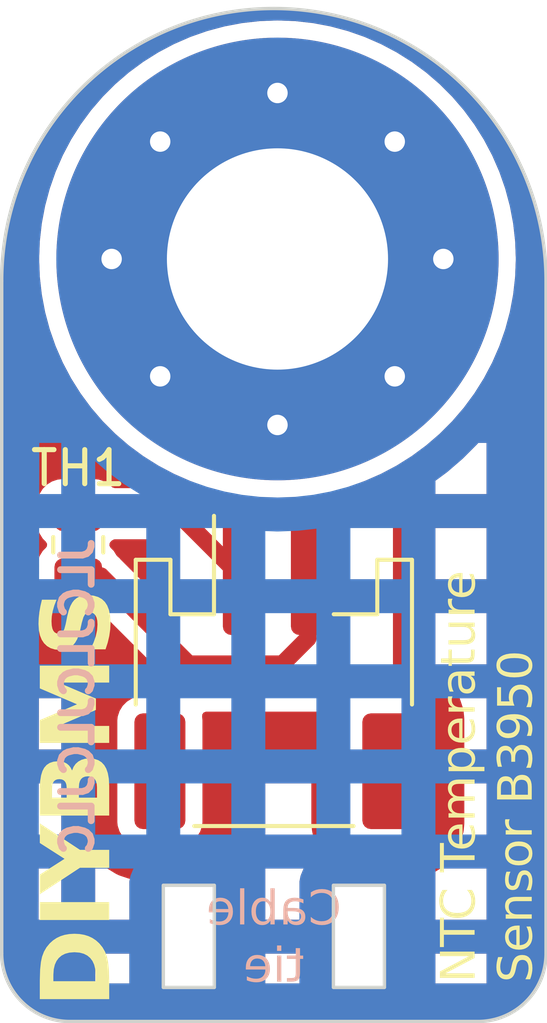
<source format=kicad_pcb>
(kicad_pcb (version 20221018) (generator pcbnew)
  (layers (0 "F.Cu" signal) (31 "B.Cu" signal) (34 "B.Paste" user) (35 "F.Paste" user) (36 "B.SilkS" user "B.Silkscreen") (37 "F.SilkS" user "F.Silkscreen") (38 "B.Mask" user) (39 "F.Mask" user) (44 "Edge.Cuts" user))
  (net 0 "")
  (net 1 "Net-(J1-Pin_1)")
  (net 2 "Net-(J1-Pin_2)")
  (footprint "MountingHole:MountingHole_6.5mm_Pad_Via" (layer "F.Cu") (at 141.355887 96.605887)
    (fp_text reference "H1" hide)
    (fp_text value "MountingHole" hide)
    (pad "1" thru_hole circle (at -4.875 0) (size 0.9 0.9) (drill 0.6) (layers "*.Cu" "*.Mask"))
    (pad "1" thru_hole circle (at -3.447146 -3.447146) (size 0.9 0.9) (drill 0.6) (layers "*.Cu" "*.Mask"))
    (pad "1" thru_hole circle (at -3.447146 3.447146) (size 0.9 0.9) (drill 0.6) (layers "*.Cu" "*.Mask"))
    (pad "1" thru_hole circle (at 0 -4.875) (size 0.9 0.9) (drill 0.6) (layers "*.Cu" "*.Mask"))
    (pad "1" thru_hole circle (at 0 0) (size 13 13) (drill 6.5) (layers "*.Cu" "*.Mask"))
    (pad "1" thru_hole circle (at 0 4.875) (size 0.9 0.9) (drill 0.6) (layers "*.Cu" "*.Mask"))
    (pad "1" thru_hole circle (at 3.447146 -3.447146) (size 0.9 0.9) (drill 0.6) (layers "*.Cu" "*.Mask"))
    (pad "1" thru_hole circle (at 3.447146 3.447146) (size 0.9 0.9) (drill 0.6) (layers "*.Cu" "*.Mask"))
    (pad "1" thru_hole circle (at 4.875 0) (size 0.9 0.9) (drill 0.6) (layers "*.Cu" "*.Mask"))
  )
  (footprint "Connector_JST:JST_PH_S2B-PH-SM4-TB_1x02-1MP_P2.00mm_Horizontal" (layer "F.Cu") (at 141.25 108.75)
    (fp_text reference "J1" hide)
    (fp_text value "S2B-PH-SM4-TB(LF)(SN)" hide)
    (fp_line (start -4.06 -3.31) (end -3.04 -3.31) (stroke (width 0.12)) (layer "F.SilkS"))
    (fp_line (start -4.06 0.94) (end -4.06 -3.31) (stroke (width 0.12)) (layer "F.SilkS"))
    (fp_line (start -3.04 -3.31) (end -3.04 -1.71) (stroke (width 0.12)) (layer "F.SilkS"))
    (fp_line (start -3.04 -1.71) (end -1.76 -1.71) (stroke (width 0.12)) (layer "F.SilkS"))
    (fp_line (start -2.34 4.51) (end 2.34 4.51) (stroke (width 0.12)) (layer "F.SilkS"))
    (fp_line (start -1.76 -1.71) (end -1.76 -4.6) (stroke (width 0.12)) (layer "F.SilkS"))
    (fp_line (start 3.04 -3.31) (end 3.04 -1.71) (stroke (width 0.12)) (layer "F.SilkS"))
    (fp_line (start 3.04 -1.71) (end 1.76 -1.71) (stroke (width 0.12)) (layer "F.SilkS"))
    (fp_line (start 4.06 -3.31) (end 3.04 -3.31) (stroke (width 0.12)) (layer "F.SilkS"))
    (fp_line (start 4.06 0.94) (end 4.06 -3.31) (stroke (width 0.12)) (layer "F.SilkS"))
    (pad "1" smd roundrect (at -1 -2.85) (size 1 3.5) (layers "F.Cu" "F.Paste" "F.Mask") (net 1 "Net-(J1-Pin_1)"))
    (pad "2" smd roundrect (at 1 -2.85) (size 1 3.5) (layers "F.Cu" "F.Paste" "F.Mask") (net 2 "Net-(J1-Pin_2)"))
    (pad "MP" smd roundrect (at -3.35 2.9) (size 1.5 3.4) (layers "F.Cu" "F.Paste" "F.Mask") (roundrect_rratio 0.166667))
    (pad "MP" smd roundrect (at 3.35 2.9) (size 1.5 3.4) (layers "F.Cu" "F.Paste" "F.Mask") (roundrect_rratio 0.166667))
  )
  (footprint "Resistor_SMD:R_0805_2012Metric" (layer "F.Cu") (at 135.5 105 90)
    (fp_text reference "TH1" (at 2.25 0 180) (layer "F.SilkS"))
    (fp_text value "10K NTC" hide)
    (fp_line (start -0.227064 -0.735) (end 0.227064 -0.735) (stroke (width 0.12)) (layer "F.SilkS"))
    (fp_line (start -0.227064 0.735) (end 0.227064 0.735) (stroke (width 0.12)) (layer "F.SilkS"))
    (pad "1" smd roundrect (at -0.9125 0 90) (size 1.025 1.4) (layers "F.Cu" "F.Paste" "F.Mask") (roundrect_rratio 0.243902) (net 2 "Net-(J1-Pin_2)"))
    (pad "2" smd roundrect (at 0.9125 0 90) (size 1.025 1.4) (layers "F.Cu" "F.Paste" "F.Mask") (roundrect_rratio 0.243902) (net 1 "Net-(J1-Pin_1)"))
  )
  (gr_rect (start 143 115) (end 144.5 118) (stroke (width 0.1)) (fill none) (layer "Edge.Cuts"))
  (gr_arc (start 135.25 119) (mid 133.835786 118.414214) (end 133.25 117) (stroke (width 0.1)) (layer "Edge.Cuts"))
  (gr_line (start 133.25 117) (end 133.25 97.25) (stroke (width 0.1)) (layer "Edge.Cuts"))
  (gr_arc (start 149.25 117) (mid 148.664214 118.414214) (end 147.25 119) (stroke (width 0.1)) (layer "Edge.Cuts"))
  (gr_line (start 147.25 119) (end 135.25 119) (stroke (width 0.1)) (layer "Edge.Cuts"))
  (gr_arc (start 133.25 97.25) (mid 141.25 89.25) (end 149.25 97.25) (stroke (width 0.1)) (layer "Edge.Cuts"))
  (gr_rect (start 138 115) (end 139.5 118) (stroke (width 0.1)) (fill none) (layer "Edge.Cuts"))
  (gr_line (start 149.25 97.25) (end 149.25 117) (stroke (width 0.1)) (layer "Edge.Cuts"))
  (gr_text "JLCJLCJLCJLC" (at 136 104.7 90) (layer "B.SilkS") (effects (font (size 0.9 0.9) (thickness 0.2) bold) (justify left bottom mirror)))
  (gr_text "Cable\ntie" (at 141.25 118) (layer "B.SilkS") (effects (font (size 1 1) (thickness 0.125)) (justify bottom mirror)))
  (gr_text "DIYBMS" (at 136.75 118.6 90) (layer "F.SilkS") (effects (font (size 2 2) (thickness 0.4) bold) (justify left bottom)))
  (gr_text "NTC Temperature\nSensor B3950" (at 149 117.856524 90) (layer "F.SilkS") (effects (font (size 1 1) (thickness 0.125)) (justify left bottom)))
  (segment (start 140.25 105.9) (end 138.4375 104.0875) (width 0.5) (layer "F.Cu") (net 1))
  (segment (start 138.4375 104.0875) (end 135.5 104.0875) (width 0.5) (layer "F.Cu") (net 1))
  (segment (start 138.75 108.5) (end 141.5 108.5) (width 0.5) (layer "F.Cu") (net 2))
  (segment (start 135.5 105.9125) (end 136.1625 105.9125) (width 0.5) (layer "F.Cu") (net 2))
  (segment (start 141.5 108.5) (end 142.25 107.75) (width 0.5) (layer "F.Cu") (net 2))
  (segment (start 136.1625 105.9125) (end 138.75 108.5) (width 0.5) (layer "F.Cu") (net 2))
  (segment (start 142.25 107.75) (end 142.25 105.9) (width 0.5) (layer "F.Cu") (net 2))
  (zone (net 0) (net_name "") (layers "F&B.Cu") (connect_pads (clearance 0.5)) (min_thickness 0.25) (fill yes (mode hatch) (thermal_gap 0.5) (thermal_bridge_width 0.5) (smoothing chamfer) (radius 2) (island_removal_mode 1) (island_area_min 10) (hatch_thickness 1) (hatch_gap 1.5) (hatch_orientation 0) (hatch_border_algorithm hatch_thickness) (hatch_min_hole_area 0.3))
    (polygon (pts (xy 133.205485 119.005594) (xy 149.205485 119.005594) (xy 149.25 89) (xy 133.25 89)))
  )
  (zone (net 0) (net_name "") (layers "F.Cu" "Edge.Cuts") (connect_pads (clearance 0)) (min_thickness 0.25)
    (keepout (tracks allowed) (vias allowed) (pads allowed) (copperpour not_allowed) (footprints allowed))
    (fill (thermal_gap 0.5) (thermal_bridge_width 0.5))
    (polygon (pts (xy 138.25 103.4) (xy 144.75 103.4) (xy 144.75 109.9) (xy 138.25 109.9)))
  )
)
</source>
